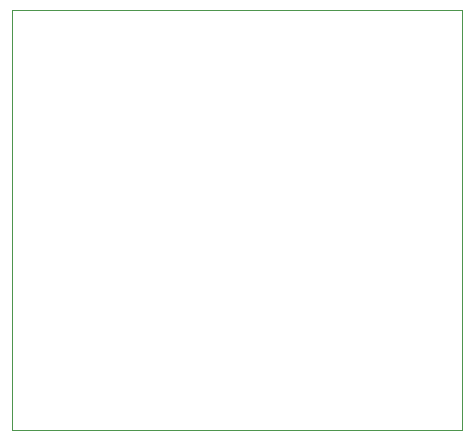
<source format=gbr>
G04 #@! TF.GenerationSoftware,KiCad,Pcbnew,(6.0.7)*
G04 #@! TF.CreationDate,2022-08-26T14:07:21-05:00*
G04 #@! TF.ProjectId,UTCPW_MountingBoard,55544350-575f-44d6-9f75-6e74696e6742,rev?*
G04 #@! TF.SameCoordinates,Original*
G04 #@! TF.FileFunction,Profile,NP*
%FSLAX46Y46*%
G04 Gerber Fmt 4.6, Leading zero omitted, Abs format (unit mm)*
G04 Created by KiCad (PCBNEW (6.0.7)) date 2022-08-26 14:07:21*
%MOMM*%
%LPD*%
G01*
G04 APERTURE LIST*
G04 #@! TA.AperFunction,Profile*
%ADD10C,0.050000*%
G04 #@! TD*
G04 APERTURE END LIST*
D10*
X107950000Y-86360000D02*
X107950000Y-121920000D01*
X146050000Y-86360000D02*
X146050000Y-121920000D01*
X107950000Y-86360000D02*
X146050000Y-86360000D01*
X107950000Y-121920000D02*
X146050000Y-121920000D01*
M02*

</source>
